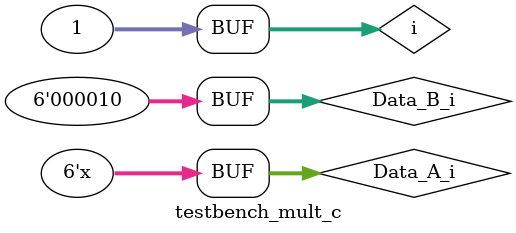
<source format=v>
`timescale 1ns / 1ps


module testbench_mult_c();
    //parameter PERIOD = 10;
    parameter SW=6;
    
    reg [SW-1:0] Data_A_i;
    reg [SW-1:0] Data_B_i;
    wire [2*SW-1:0] Data_S_o;
    
    
    multiplier_C #(.W(SW)) uut (
        .Data_A_i(Data_A_i),
        .Data_B_i(Data_B_i),
        .Data_S_o(Data_S_o)
        );
       
    integer i = 1;
    
    parameter cycles = 12;

    
    initial begin
    Data_B_i = 1;
    $monitor(Data_A_i,Data_B_i,Data_S_o);
    Data_A_i = 1;
    #100; 
    $monitor(Data_A_i,Data_B_i,Data_S_o);
    Data_B_i = 2;
        repeat (cycles)  begin
        Data_A_i = i;
        
        i = i + 1;
        $monitor(Data_A_i,Data_B_i,Data_S_o);
        #50;
        end
            
    end
    
//    initial begin
//            // Initialize Input
//            #100;
//            while (i < 50) 
//                begin
//                $monitor(Data_A_i,Data_B_i,Data_S_o);
//                Data_A_i = i;
//                Data_B_i = 1;
//                i = i + 1;
//                #100;
                
//                end
                
            
////        #100
////        Data_A_i = 6'd1;
////        Data_B_i = 6'd1;
        
////        #100
////        Data_A_i = 6'd1;
////        Data_B_i = 6'd2;
        
////        #100
////        Data_A_i = 6'd5;
////        Data_B_i = 6'd6;        
            


                
//         end            
            
            
            
//            //Add stimulus here
            
            
            
                    
                    
          
endmodule

</source>
